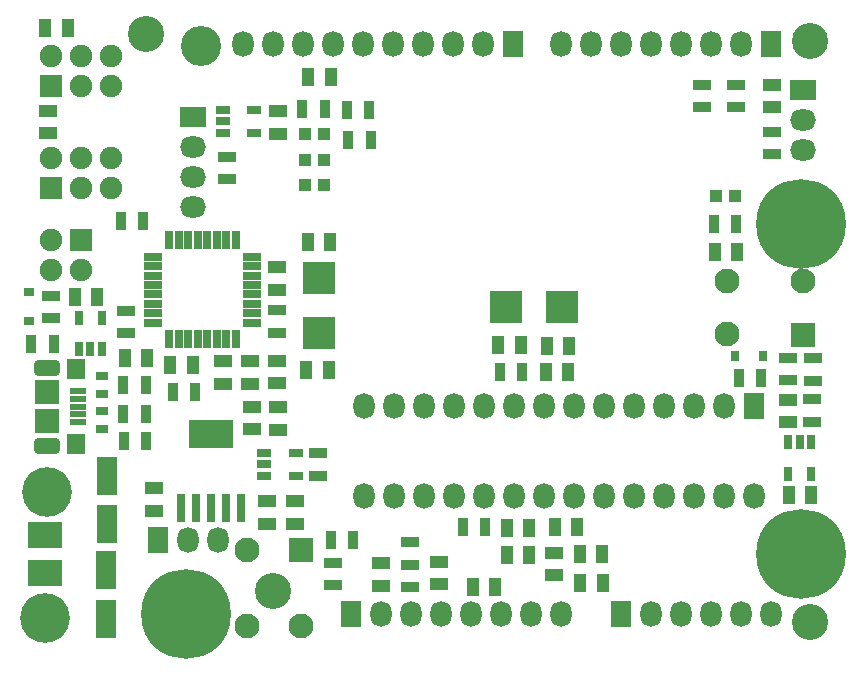
<source format=gts>
G04*
G04 #@! TF.GenerationSoftware,Altium Limited,Altium Designer,22.1.2 (22)*
G04*
G04 Layer_Color=8388736*
%FSLAX25Y25*%
%MOIN*%
G70*
G04*
G04 #@! TF.SameCoordinates,CB3FAF70-DFB5-4037-BA8D-DCE23A76FFA9*
G04*
G04*
G04 #@! TF.FilePolarity,Negative*
G04*
G01*
G75*
%ADD34R,0.04331X0.05906*%
%ADD35R,0.05906X0.04331*%
%ADD36R,0.06299X0.07087*%
%ADD37R,0.08268X0.08268*%
%ADD38R,0.05709X0.01968*%
%ADD39R,0.14567X0.09449*%
%ADD40R,0.03150X0.09449*%
%ADD41R,0.04724X0.02953*%
%ADD42R,0.07087X0.12598*%
%ADD43R,0.11417X0.08661*%
%ADD44R,0.02953X0.04724*%
%ADD45R,0.03937X0.03937*%
%ADD46R,0.03543X0.05906*%
%ADD47R,0.11024X0.10630*%
%ADD48C,0.12000*%
%ADD49R,0.05906X0.03543*%
%ADD50R,0.10630X0.11024*%
%ADD51R,0.06378X0.02638*%
%ADD52R,0.02638X0.06378*%
%ADD53R,0.03487X0.02987*%
%ADD54R,0.02987X0.03487*%
%ADD55R,0.04331X0.03150*%
%ADD56O,0.07087X0.08661*%
%ADD57R,0.07087X0.08661*%
%ADD58C,0.13386*%
%ADD59O,0.08661X0.07087*%
%ADD60R,0.08661X0.07087*%
%ADD61C,0.07480*%
%ADD62R,0.07480X0.07480*%
G04:AMPARAMS|DCode=63|XSize=86.61mil|YSize=55.12mil|CornerRadius=15.75mil|HoleSize=0mil|Usage=FLASHONLY|Rotation=0.000|XOffset=0mil|YOffset=0mil|HoleType=Round|Shape=RoundedRectangle|*
%AMROUNDEDRECTD63*
21,1,0.08661,0.02362,0,0,0.0*
21,1,0.05512,0.05512,0,0,0.0*
1,1,0.03150,0.02756,-0.01181*
1,1,0.03150,-0.02756,-0.01181*
1,1,0.03150,-0.02756,0.01181*
1,1,0.03150,0.02756,0.01181*
%
%ADD63ROUNDEDRECTD63*%
%ADD64C,0.08268*%
%ADD65R,0.08268X0.08268*%
%ADD66C,0.16535*%
%ADD67C,0.29921*%
D34*
X182777Y99405D02*
D03*
X175296D02*
D03*
X8268Y205512D02*
D03*
X15748D02*
D03*
X182480Y90551D02*
D03*
X175000D02*
D03*
X166732Y99606D02*
D03*
X159252D02*
D03*
X255984Y49567D02*
D03*
X263465D02*
D03*
X178017Y38993D02*
D03*
X185498D02*
D03*
X169594Y38770D02*
D03*
X162114D02*
D03*
X186417Y29921D02*
D03*
X193898D02*
D03*
X194095Y20472D02*
D03*
X186614D02*
D03*
X57395Y92879D02*
D03*
X49915D02*
D03*
X103150Y133858D02*
D03*
X95669D02*
D03*
X102756Y91339D02*
D03*
X95276D02*
D03*
X158268Y18898D02*
D03*
X150787D02*
D03*
X103347Y188976D02*
D03*
X95866D02*
D03*
X169488Y29528D02*
D03*
X162008D02*
D03*
X25543Y115609D02*
D03*
X18063D02*
D03*
X42126Y95276D02*
D03*
X34646D02*
D03*
X238779Y130709D02*
D03*
X231299D02*
D03*
D35*
X44488Y44488D02*
D03*
Y51968D02*
D03*
X9055Y170276D02*
D03*
Y177756D02*
D03*
X76427Y94194D02*
D03*
Y86713D02*
D03*
X85486Y86993D02*
D03*
Y94473D02*
D03*
X82284Y47638D02*
D03*
X67515Y94214D02*
D03*
Y86734D02*
D03*
X177953Y30512D02*
D03*
Y23031D02*
D03*
X85433Y118110D02*
D03*
Y125591D02*
D03*
X250394Y178937D02*
D03*
Y186417D02*
D03*
X82284Y40157D02*
D03*
X120079Y26969D02*
D03*
Y19488D02*
D03*
X139370Y27362D02*
D03*
Y19882D02*
D03*
X85827Y177559D02*
D03*
Y170079D02*
D03*
Y78937D02*
D03*
Y71457D02*
D03*
X255906Y74016D02*
D03*
Y81496D02*
D03*
X91339Y47638D02*
D03*
Y40157D02*
D03*
X77072Y79065D02*
D03*
Y71585D02*
D03*
D36*
X18305Y66535D02*
D03*
Y91732D02*
D03*
D37*
X8659Y83858D02*
D03*
Y74410D02*
D03*
X93449Y31398D02*
D03*
D38*
X19191Y84252D02*
D03*
Y81693D02*
D03*
Y79134D02*
D03*
Y76575D02*
D03*
Y74016D02*
D03*
D39*
X63386Y69882D02*
D03*
D40*
X73386Y45472D02*
D03*
X68386D02*
D03*
X63386D02*
D03*
X58386D02*
D03*
X53386D02*
D03*
D41*
X77953Y170472D02*
D03*
Y177953D02*
D03*
X67323Y170472D02*
D03*
Y174213D02*
D03*
Y177953D02*
D03*
X91733Y56128D02*
D03*
Y63609D02*
D03*
X81103Y56128D02*
D03*
Y59869D02*
D03*
Y63609D02*
D03*
D42*
X28431Y8393D02*
D03*
Y24534D02*
D03*
X28740Y56102D02*
D03*
Y39961D02*
D03*
D43*
X8268Y23622D02*
D03*
Y36220D02*
D03*
D44*
X26969Y108843D02*
D03*
X19489D02*
D03*
X26969Y98213D02*
D03*
X23229D02*
D03*
X19489D02*
D03*
X263386Y67323D02*
D03*
X259646D02*
D03*
X255906D02*
D03*
X263386Y56693D02*
D03*
X255906D02*
D03*
D45*
X101181Y170079D02*
D03*
X94882D02*
D03*
Y153150D02*
D03*
X101181D02*
D03*
X94882Y161417D02*
D03*
X101181D02*
D03*
X231890Y149213D02*
D03*
X238189D02*
D03*
D46*
X159646Y90551D02*
D03*
X167126D02*
D03*
X58135Y83903D02*
D03*
X50655D02*
D03*
X108733Y177978D02*
D03*
X116213D02*
D03*
X109178Y168092D02*
D03*
X116659D02*
D03*
X40945Y140945D02*
D03*
X33465D02*
D03*
X34252Y86221D02*
D03*
X41732D02*
D03*
X34252Y76772D02*
D03*
X41732D02*
D03*
X34449Y67716D02*
D03*
X41929D02*
D03*
X154921Y38976D02*
D03*
X147441D02*
D03*
X239370Y88583D02*
D03*
X246850D02*
D03*
X101378Y178347D02*
D03*
X93898D02*
D03*
X238583Y140157D02*
D03*
X231102D02*
D03*
X3543Y100000D02*
D03*
X11024D02*
D03*
X110885Y34566D02*
D03*
X103405D02*
D03*
D47*
X180311Y112205D02*
D03*
X161811D02*
D03*
D48*
X41850Y203228D02*
D03*
X83976Y17677D02*
D03*
X263032Y7205D02*
D03*
Y200866D02*
D03*
D49*
X129921Y26378D02*
D03*
Y18898D02*
D03*
X68898Y154921D02*
D03*
Y162402D02*
D03*
X35039Y111024D02*
D03*
Y103543D02*
D03*
X85433Y103740D02*
D03*
Y111221D02*
D03*
X238583Y178937D02*
D03*
Y186417D02*
D03*
X227165Y178937D02*
D03*
Y186417D02*
D03*
X250394Y163189D02*
D03*
Y170669D02*
D03*
X263844Y74133D02*
D03*
Y81613D02*
D03*
X10236Y108661D02*
D03*
Y116142D02*
D03*
X264181Y95319D02*
D03*
Y87839D02*
D03*
X104243Y27059D02*
D03*
Y19579D02*
D03*
X98992Y56069D02*
D03*
Y63550D02*
D03*
X255887Y95473D02*
D03*
Y87993D02*
D03*
X129921Y26378D02*
D03*
Y33858D02*
D03*
D50*
X99606Y122098D02*
D03*
Y103598D02*
D03*
D51*
X77165Y107087D02*
D03*
Y110236D02*
D03*
Y113386D02*
D03*
Y116535D02*
D03*
Y119685D02*
D03*
Y122835D02*
D03*
Y125984D02*
D03*
Y129134D02*
D03*
X44094D02*
D03*
Y125984D02*
D03*
Y122835D02*
D03*
Y119685D02*
D03*
Y116535D02*
D03*
Y113386D02*
D03*
Y110236D02*
D03*
Y107087D02*
D03*
D52*
X71653Y134646D02*
D03*
X68504D02*
D03*
X65354D02*
D03*
X62205D02*
D03*
X59055D02*
D03*
X55905D02*
D03*
X52756D02*
D03*
X49606D02*
D03*
Y101575D02*
D03*
X52756D02*
D03*
X55905D02*
D03*
X59055D02*
D03*
X62205Y101575D02*
D03*
X65354Y101575D02*
D03*
X68504D02*
D03*
X71653D02*
D03*
D53*
X2756Y107798D02*
D03*
Y117398D02*
D03*
D54*
X247618Y95888D02*
D03*
X238018D02*
D03*
D55*
X27165Y83465D02*
D03*
Y89370D02*
D03*
Y77559D02*
D03*
Y71653D02*
D03*
D56*
X114350Y49500D02*
D03*
X124350D02*
D03*
X134350D02*
D03*
X144350D02*
D03*
X154350D02*
D03*
X164350D02*
D03*
X174350D02*
D03*
X184350D02*
D03*
X194350D02*
D03*
X204350D02*
D03*
X214350D02*
D03*
X224350D02*
D03*
X234350D02*
D03*
X244350D02*
D03*
X114350Y79500D02*
D03*
X124350D02*
D03*
X134350D02*
D03*
X144350D02*
D03*
X154350D02*
D03*
X164350D02*
D03*
X174350D02*
D03*
X184350D02*
D03*
X194350D02*
D03*
X204350D02*
D03*
X214350D02*
D03*
X224350D02*
D03*
X234350D02*
D03*
X65748Y34646D02*
D03*
X55748D02*
D03*
X74000Y200000D02*
D03*
X84000D02*
D03*
X94000D02*
D03*
X104000D02*
D03*
X114000D02*
D03*
X124000D02*
D03*
X134000D02*
D03*
X144000D02*
D03*
X154000D02*
D03*
X190000D02*
D03*
X180000D02*
D03*
X200000D02*
D03*
X210000D02*
D03*
X220000D02*
D03*
X230000D02*
D03*
X240000D02*
D03*
X250000Y10000D02*
D03*
X240000D02*
D03*
X230000D02*
D03*
X220000D02*
D03*
X210000D02*
D03*
X170000D02*
D03*
X180000D02*
D03*
X160000D02*
D03*
X150000D02*
D03*
X140000D02*
D03*
X130000D02*
D03*
X120000D02*
D03*
D57*
X244350Y79500D02*
D03*
X45748Y34646D02*
D03*
X164000Y200000D02*
D03*
X250000D02*
D03*
X200000Y10000D02*
D03*
X110000D02*
D03*
D58*
X60236Y199213D02*
D03*
D59*
X57480Y145591D02*
D03*
Y155591D02*
D03*
Y165591D02*
D03*
X260630Y164646D02*
D03*
Y174646D02*
D03*
D60*
X57480Y175591D02*
D03*
X260630Y184646D02*
D03*
D61*
X10000Y124646D02*
D03*
X20000D02*
D03*
X10000Y134646D02*
D03*
X30000Y162000D02*
D03*
X20000D02*
D03*
X10000D02*
D03*
X30000Y152000D02*
D03*
X20000D02*
D03*
X30000Y196000D02*
D03*
X20000D02*
D03*
X10000D02*
D03*
X30000Y186000D02*
D03*
X20000D02*
D03*
D62*
Y134646D02*
D03*
X10000Y152000D02*
D03*
Y186000D02*
D03*
D63*
X8659Y66142D02*
D03*
Y92126D02*
D03*
D64*
X235368Y120901D02*
D03*
Y103184D02*
D03*
X260914Y121043D02*
D03*
X75590Y5852D02*
D03*
X93307D02*
D03*
X75449Y31398D02*
D03*
D65*
X260914Y103042D02*
D03*
D66*
X8268Y8661D02*
D03*
X8661Y50787D02*
D03*
D67*
X55000Y10000D02*
D03*
X260000Y30000D02*
D03*
Y140000D02*
D03*
M02*

</source>
